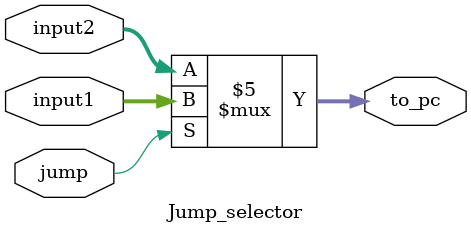
<source format=v>
`timescale 1ns / 1ps


module Jump_selector(
    input[31:0] input1,
    input[31:0] input2,
    input jump,
    output reg[31:0] to_pc
    );
    initial begin
        to_pc = 0;
    end
    
    always @(input1 or input2 or jump) begin
        if(jump == 0) begin
            to_pc = input2;
        end
        else begin
            to_pc = input1;
        end
        $display("input1 is%d and input2 is%d, we choose %d",input1,input2,to_pc);
    end
endmodule

</source>
